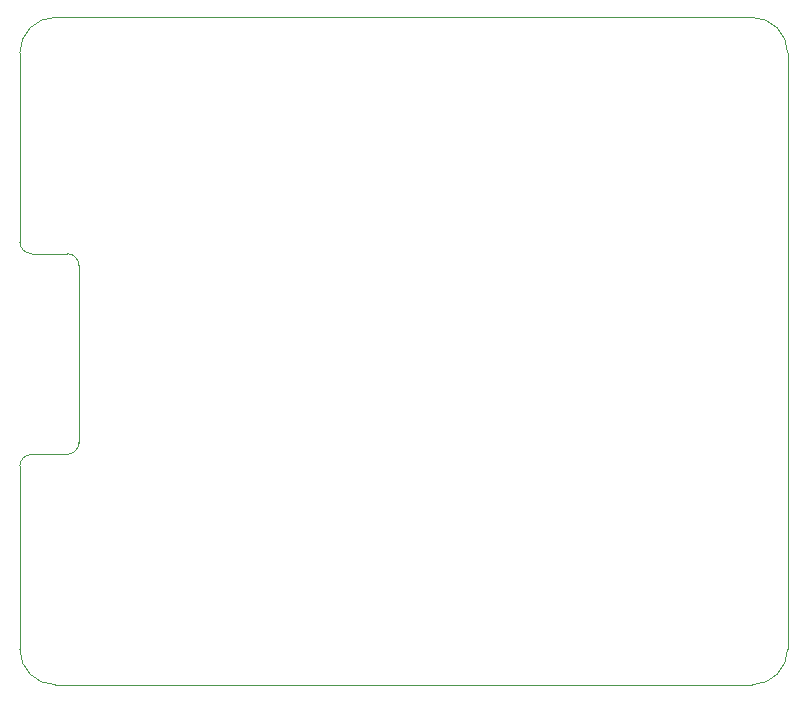
<source format=gm1>
G04 #@! TF.GenerationSoftware,KiCad,Pcbnew,8.0.6*
G04 #@! TF.CreationDate,2024-12-27T23:23:42+01:00*
G04 #@! TF.ProjectId,koyomi-lvds-hat,6b6f796f-6d69-42d6-9c76-64732d686174,rev?*
G04 #@! TF.SameCoordinates,Original*
G04 #@! TF.FileFunction,Profile,NP*
%FSLAX46Y46*%
G04 Gerber Fmt 4.6, Leading zero omitted, Abs format (unit mm)*
G04 Created by KiCad (PCBNEW 8.0.6) date 2024-12-27 23:23:42*
%MOMM*%
%LPD*%
G01*
G04 APERTURE LIST*
G04 #@! TA.AperFunction,Profile*
%ADD10C,0.100000*%
G04 #@! TD*
G04 APERTURE END LIST*
D10*
X91000000Y-60000000D02*
X91000000Y-75500000D01*
X91000000Y-25000000D02*
X91000000Y-41000000D01*
X91000000Y-25000000D02*
G75*
G02*
X94000000Y-22000000I3000000J0D01*
G01*
X91000000Y-60000000D02*
G75*
G02*
X92000000Y-59000000I1000000J0D01*
G01*
X94000000Y-22000000D02*
X153000000Y-22000000D01*
X156000000Y-75500000D02*
G75*
G02*
X153000000Y-78500000I-3000000J0D01*
G01*
X94000000Y-78500000D02*
G75*
G02*
X91000000Y-75500000I0J3000000D01*
G01*
X94000000Y-78500000D02*
X153000000Y-78500000D01*
X153000000Y-22000000D02*
G75*
G02*
X156000000Y-25000000I0J-3000000D01*
G01*
X96000000Y-43000000D02*
X96000000Y-58000000D01*
X96000000Y-58000000D02*
G75*
G02*
X95000000Y-59000000I-1000000J0D01*
G01*
X92000000Y-42000000D02*
X95000000Y-42000000D01*
X92000000Y-59000000D02*
X95000000Y-59000000D01*
X95000000Y-42000000D02*
G75*
G02*
X96000000Y-43000000I0J-1000000D01*
G01*
X92000000Y-42000000D02*
G75*
G02*
X91000000Y-41000000I0J1000000D01*
G01*
X156000000Y-25000000D02*
X156000000Y-75500000D01*
M02*

</source>
